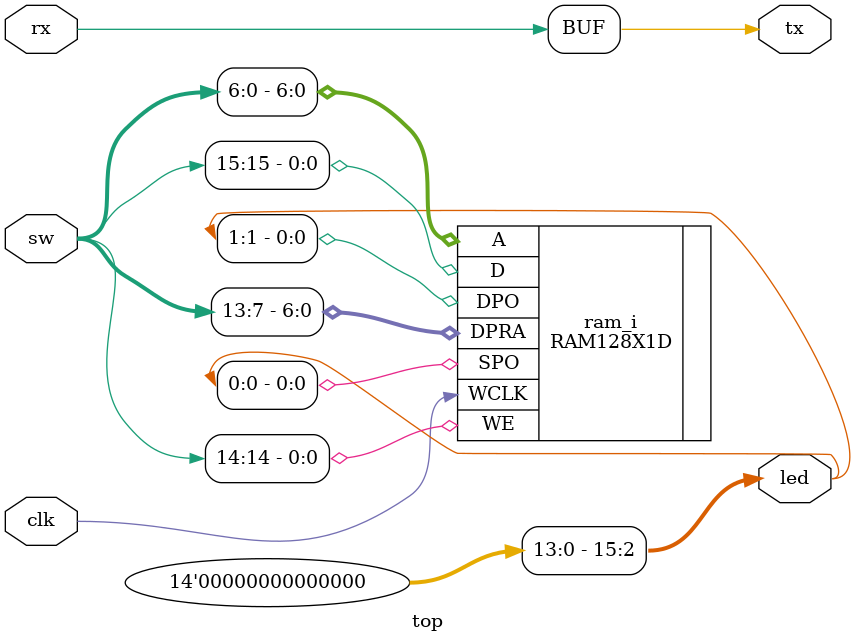
<source format=v>
module top (
    input  wire clk,

    input  wire rx,
    output wire tx,

    input  wire [15:0] sw,
    output wire [15:0] led
);
    RAM128X1D #(
        .INIT(128'hFFEEDDCCBBAA99887766554433221100)
    ) ram_i (
        .WCLK(clk),
        .A(sw[6:0]),
        .DPRA(sw[13:7]),
        .WE(sw[14]),
        .D(sw[15]),
        .SPO(led[0]),
        .DPO(led[1]),
    );

    assign led[15:2] = 14'b0;
    assign tx = rx;
endmodule

</source>
